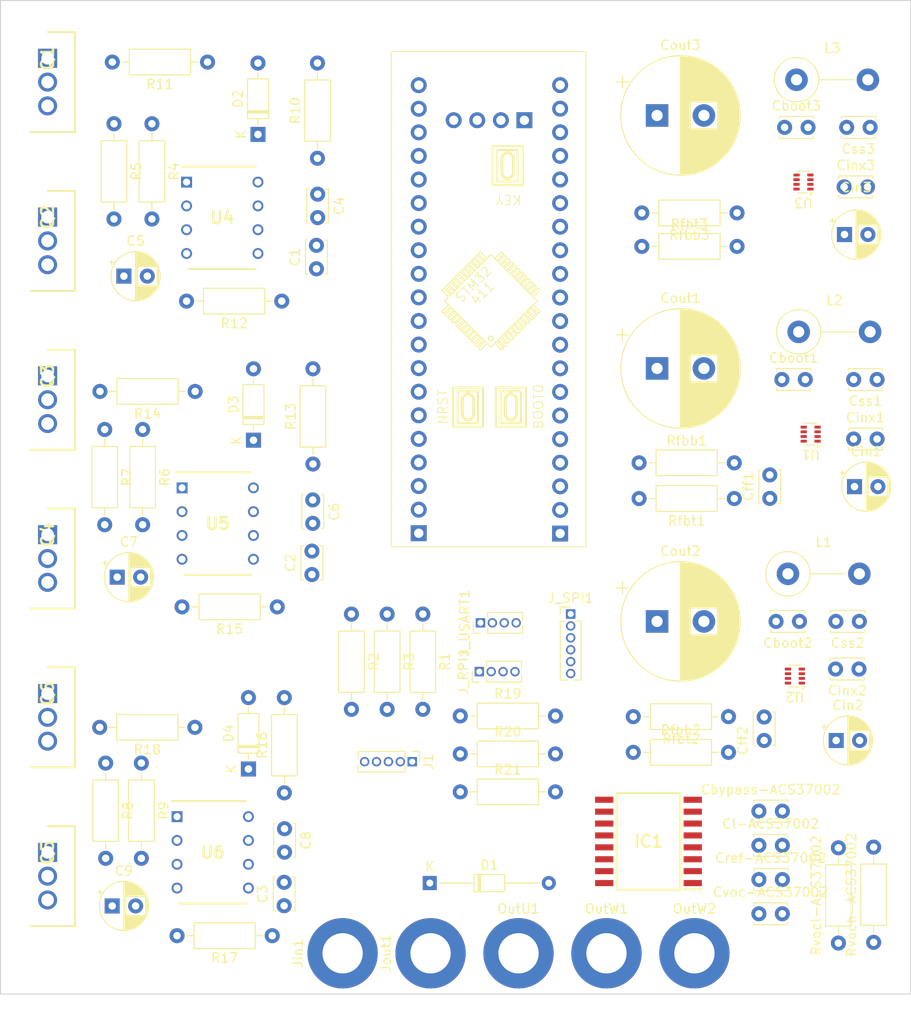
<source format=kicad_pcb>
(kicad_pcb (version 20240108) (generator "pcbnew") (generator_version "8.0")
  (layers (0 "F.Cu" signal) (31 "B.Cu" signal) (34 "B.Paste" user) (35 "F.Paste" user) (36 "B.SilkS" user "B.Silkscreen") (37 "F.SilkS" user "F.Silkscreen") (38 "B.Mask" user) (39 "F.Mask" user) (44 "Edge.Cuts" user))
  (net 0 "")
  (net 1 "Net-(U1-SW)")
  (net 2 "Net-(U1-BST)")
  (net 3 "Net-(U2-BST)")
  (net 4 "Net-(U2-SW)")
  (net 5 "Net-(U3-SW)")
  (net 6 "Net-(U3-BST)")
  (net 7 "Net-(U1-FB)")
  (net 8 "+12V")
  (net 9 "Net-(U2-FB)")
  (net 10 "+5V")
  (net 11 "+24V")
  (net 12 "GND")
  (net 13 "+3.3V")
  (net 14 "Net-(U1-SS)")
  (net 15 "Net-(U2-SS)")
  (net 16 "Net-(U3-SS)")
  (net 17 "Net-(D1-K)")
  (net 18 "Net-(D2-A)")
  (net 19 "BST_U")
  (net 20 "Net-(D3-A)")
  (net 21 "BST_V")
  (net 22 "BST_W")
  (net 23 "Net-(D4-A)")
  (net 24 "hal1")
  (net 25 "hal2")
  (net 26 "hal3")
  (net 27 "Net-(Q1-Pad1)")
  (net 28 "SH_U")
  (net 29 "SL_U")
  (net 30 "Net-(Q2-Pad1)")
  (net 31 "SH_V")
  (net 32 "Net-(Q3-Pad1)")
  (net 33 "SL_V")
  (net 34 "Net-(Q4-Pad1)")
  (net 35 "Net-(Q5-Pad1)")
  (net 36 "SH_W")
  (net 37 "Net-(Q6-Pad1)")
  (net 38 "SL_W")
  (net 39 "Net-(U3-FB)")
  (net 40 "HallU")
  (net 41 "HallW")
  (net 42 "HallV")
  (net 51 "SPI_SCK")
  (net 52 "SPI_MOSI")
  (net 53 "SPI_CS1")
  (net 54 "SPI_MISO")
  (net 55 "USART6_RX")
  (net 56 "USART6_TX")
  (net 57 "T1_V")
  (net 58 "B15")
  (net 59 "Reset")
  (net 60 "T1_WN")
  (net 61 "T1_UN")
  (net 62 "T1_U")
  (net 63 "HSM_W")
  (net 65 "ADC1")
  (net 66 "SCL_RPI")
  (net 67 "B12")
  (net 68 "SDA_RPI")
  (net 69 "SD_U")
  (net 70 "ADC2")
  (net 71 "T1_W")
  (net 73 "IN_U")
  (net 74 "IN_V")
  (net 75 "B2")
  (net 76 "SD_V")
  (net 78 "ADC3")
  (net 79 "HSM_V")
  (net 80 "IN_W")
  (net 81 "T1_VN")
  (net 82 "HSM_U")
  (net 83 "SD_W")
  (net 84 "GH_U")
  (net 85 "GL_U")
  (net 86 "GH_V")
  (net 87 "GL_V")
  (net 88 "GH_W")
  (net 89 "GL_W")
  (net 90 "24V")
  (net 91 "Net-(IC1-VOC)")
  (net 92 "Net-(OutU1-Pin_1)")
  (net 93 "Net-(OutW1-Pin_1)")
  (net 94 "Net-(OutW2-Pin_1)")
  (footprint "STM32:Blackpill" (layer "F.Cu") (at 76.4286 71.9582 90)
    (property "Reference" "U7" (hide yes))
    (property "Value" "YAAJ_BlackPill_SWD_BreakoutV2" (hide yes))
    (fp_text user "NRST" (at 12.95 -14.69 90) (layer "F.SilkS") (effects (font (thickness 0.1)) (justify left bottom)))
    (fp_text user "BOOT0" (at 12.47 -4.48 90) (layer "F.SilkS") (effects (font (thickness 0.1)) (justify left bottom)))
    (fp_text user "STM32" (at 25.84 -13.3 45) (layer "F.SilkS") (effects (font (thickness 0.1)) (justify left bottom)))
    (fp_text user "411" (at 25.56 -11.69 45) (layer "F.SilkS") (effects (font (thickness 0.1)) (justify left bottom)))
    (fp_text user "KEY" (at 37.6 -6.82 180) (layer "F.SilkS") (effects (font (thickness 0.1)) (justify left bottom)))
    (pad "1" thru_hole circle (at 49.23 -17.84) (size 1.7 1.7) (drill 1) (layers "*.Cu" "*.Mask"))
    (pad "2" thru_hole circle (at 46.714202 -17.84) (size 1.7 1.7) (drill 1) (layers "*.Cu" "*.Mask") (net 69 "SD_U"))
    (pad "3" thru_hole circle (at 44.198413 -17.84) (size 1.7 1.7) (drill 1) (layers "*.Cu" "*.Mask") (net 76 "SD_V"))
    (pad "4" thru_hole circle (at 41.682624 -17.84) (size 1.7 1.7) (drill 1) (layers "*.Cu" "*.Mask") (net 83 "SD_W"))
    (pad "5" thru_hole circle (at 39.166835 -17.84) (size 1.7 1.7) (drill 1) (layers "*.Cu" "*.Mask") (net 59 "Reset"))
    (pad "6" thru_hole circle (at 36.651046 -17.84) (size 1.7 1.7) (drill 1) (layers "*.Cu" "*.Mask") (net 82 "HSM_U"))
    (pad "7" thru_hole circle (at 34.135257 -17.84) (size 1.7 1.7) (drill 1) (layers "*.Cu" "*.Mask") (net 79 "HSM_V"))
    (pad "8" thru_hole circle (at 31.619468 -17.84) (size 1.7 1.7) (drill 1) (layers "*.Cu" "*.Mask") (net 63 "HSM_W"))
    (pad "9" thru_hole circle (at 29.103679 -17.84) (size 1.7 1.7) (drill 1) (layers "*.Cu" "*.Mask") (net 65 "ADC1"))
    (pad "10" thru_hole circle (at 26.58789 -17.84) (size 1.7 1.7) (drill 1) (layers "*.Cu" "*.Mask") (net 70 "ADC2"))
    (pad "11" thru_hole circle (at 24.072101 -17.84) (size 1.7 1.7) (drill 1) (layers "*.Cu" "*.Mask") (net 78 "ADC3"))
    (pad "12" thru_hole circle (at 21.556312 -17.84) (size 1.7 1.7) (drill 1) (layers "*.Cu" "*.Mask") (net 73 "IN_U"))
    (pad "13" thru_hole circle (at 19.040523 -17.84) (size 1.7 1.7) (drill 1) (layers "*.Cu" "*.Mask") (net 52 "SPI_MOSI"))
    (pad "14" thru_hole circle (at 16.524734 -17.84) (size 1.7 1.7) (drill 1) (layers "*.Cu" "*.Mask") (net 74 "IN_V"))
    (pad "15" thru_hole circle (at 14.008945 -17.84) (size 1.7 1.7) (drill 1) (layers "*.Cu" "*.Mask") (net 60 "T1_WN"))
    (pad "16" thru_hole circle (at 11.493156 -17.84) (size 1.7 1.7) (drill 1) (layers "*.Cu" "*.Mask") (net 75 "B2"))
    (pad "17" thru_hole circle (at 8.977367 -17.84) (size 1.7 1.7) (drill 1) (layers "*.Cu" "*.Mask") (net 66 "SCL_RPI"))
    (pad "18" thru_hole circle (at 6.461578 -17.84) (size 1.7 1.7) (drill 1) (layers "*.Cu" "*.Mask") (net 13 "+3.3V"))
    (pad "19" thru_hole circle (at 3.945789 -17.84) (size 1.7 1.7) (drill 1) (layers "*.Cu" "*.Mask") (net 12 "GND"))
    (pad "20" thru_hole rect (at 1.43 -17.84) (size 1.7 1.7) (drill 1) (layers "*.Cu" "*.Mask"))
    (pad "21" thru_hole rect (at 1.4 -2.75) (size 1.7 1.7) (drill 1) (layers "*.Cu" "*.Mask") (net 67 "B12"))
    (pad "22" thru_hole circle (at 3.917894 -2.75) (size 1.7 1.7) (drill 1) (layers "*.Cu" "*.Mask") (net 61 "T1_UN"))
    (pad "23" thru_hole circle (at 6.435788 -2.75) (size 1.7 1.7) (drill 1) (layers "*.Cu" "*.Mask") (net 81 "T1_VN"))
    (pad "24" thru_hole circle (at 8.953682 -2.75) (size 1.7 1.7) (drill 1) (layers "*.Cu" "*.Mask") (net 58 "B15"))
    (pad "25" thru_hole circle (at 11.471576 -2.75) (size 1.7 1.7) (drill 1) (layers "*.Cu" "*.Mask") (net 62 "T1_U"))
    (pad "26" thru_hole circle (at 13.98947 -2.75) (size 1.7 1.7) (drill 1) (layers "*.Cu" "*.Mask") (net 57 "T1_V"))
    (pad "27" thru_hole circle (at 16.507364 -2.75) (size 1.7 1.7) (drill 1) (layers "*.Cu" "*.Mask") (net 71 "T1_W"))
    (pad "28" thru_hole circle (at 19.025258 -2.75) (size 1.7 1.7) (drill 1) (layers "*.Cu" "*.Mask") (net 56 "USART6_TX"))
    (pad "29" thru_hole circle (at 21.543152 -2.75) (size 1.7 1.7) (drill 1) (layers "*.Cu" "*.Mask") (net 55 "USART6_RX"))
    (pad "30" thru_hole circle (at 24.061046 -2.75) (size 1.7 1.7) (drill 1) (layers "*.Cu" "*.Mask") (net 53 "SPI_CS1"))
    (pad "31" thru_hole circle (at 26.57894 -2.75) (size 1.7 1.7) (drill 1) (layers "*.Cu" "*.Mask") (net 51 "SPI_SCK"))
    (pad "32" thru_hole circle (at 29.096834 -2.75) (size 1.7 1.7) (drill 1) (layers "*.Cu" "*.Mask") (net 54 "SPI_MISO"))
    (pad "33" thru_hole circle (at 31.614728 -2.75) (size 1.7 1.7) (drill 1) (layers "*.Cu" "*.Mask") (net 80 "IN_W"))
    (pad "34" thru_hole circle (at 34.132622 -2.75) (size 1.7 1.7) (drill 1) (layers "*.Cu" "*.Mask") (net 40 "HallU"))
    (pad "35" thru_hole circle (at 36.650516 -2.75) (size 1.7 1.7) (drill 1) (layers "*.Cu" "*.Mask") (net 42 "HallV"))
    (pad "36" thru_hole circle (at 39.16841 -2.75) (size 1.7 1.7) (drill 1) (layers "*.Cu" "*.Mask") (net 41 "HallW"))
    (pad "37" thru_hole circle (at 41.686304 -2.75) (size 1.7 1.7) (drill 1) (layers "*.Cu" "*.Mask") (net 68 "SDA_RPI"))
    (pad "38" thru_hole circle (at 44.204198 -2.75) (size 1.7 1.7) (drill 1) (layers "*.Cu" "*.Mask"))
    (pad "39" thru_hole circle (at 46.722092 -2.75) (size 1.7 1.7) (drill 1) (layers "*.Cu" "*.Mask") (net 12 "GND"))
    (pad "40" thru_hole circle (at 49.24 -2.75) (size 1.7 1.7) (drill 1) (layers "*.Cu" "*.Mask") (net 13 "+3.3V"))
    (pad "41" thru_hole rect (at 45.49 -6.57) (size 1.7 1.7) (drill 1) (layers "*.Cu" "*.Mask") (net 13 "+3.3V"))
    (pad "42" thru_hole circle (at 45.49 -9.07) (size 1.7 1.7) (drill 1) (layers "*.Cu" "*.Mask"))
    (pad "43" thru_hole circle (at 45.49 -11.6) (size 1.7 1.7) (drill 1) (layers "*.Cu" "*.Mask"))
    (pad "44" thru_hole circle (at 45.49 -14.11) (size 1.7 1.7) (drill 1) (layers "*.Cu" "*.Mask") (net 12 "GND"))
  )
  (footprint "IRS2004PBF:DIP762W56P254L988H533Q8N" (layer "F.Cu") (at 37.6174 36.8754)
    (property "Reference" "U4" (at 0 0 0) (layer "F.SilkS") (effects (font (size 1.27 1.27) (thickness 0.254))))
    (property "Value" "IRS2004" (hide yes))
    (pad "1" thru_hole rect (at -3.81 -3.81) (size 1.158 1.158) (drill 0.758) (layers "*.Cu" "*.Mask") (net 8 "+12V"))
    (pad "2" thru_hole circle (at -3.81 -1.27) (size 1.158 1.158) (drill 0.758) (layers "*.Cu" "*.Mask") (net 73 "IN_U"))
    (pad "3" thru_hole circle (at -3.81 1.27) (size 1.158 1.158) (drill 0.758) (layers "*.Cu" "*.Mask") (net 69 "SD_U"))
    (pad "4" thru_hole circle (at -3.81 3.81) (size 1.158 1.158) (drill 0.758) (layers "*.Cu" "*.Mask") (net 12 "GND"))
    (pad "5" thru_hole circle (at 3.81 3.81) (size 1.158 1.158) (drill 0.758) (layers "*.Cu" "*.Mask") (net 85 "GL_U"))
    (pad "6" thru_hole circle (at 3.81 1.27) (size 1.158 1.158) (drill 0.758) (layers "*.Cu" "*.Mask") (net 28 "SH_U"))
    (pad "7" thru_hole circle (at 3.81 -1.27) (size 1.158 1.158) (drill 0.758) (layers "*.Cu" "*.Mask") (net 84 "GH_U"))
    (pad "8" thru_hole circle (at 3.81 -3.81) (size 1.158 1.158) (drill 0.758) (layers "*.Cu" "*.Mask") (net 19 "BST_U"))
  )
  (footprint "Capacitor_THT:CP_Radial_D5.0mm_P2.50mm" (layer "F.Cu") (at 25.871288 110.2868)
    (property "Reference" "C9" (at 1.25 -3.75 0) (layer "F.SilkS"))
    (property "Value" "2.2u")
    (pad "1" thru_hole rect (at 0 0) (size 1.6 1.6) (drill 0.8) (layers "*.Cu" "*.Mask") (net 90 "24V"))
    (pad "2" thru_hole circle (at 2.5 0) (size 1.6 1.6) (drill 0.8) (layers "*.Cu" "*.Mask") (net 12 "GND"))
  )
  (footprint "Capacitor_THT:C_Disc_D3.4mm_W2.1mm_P2.50mm" (layer "F.Cu") (at 106.7616 27.2288 180)
    (property "Reference" "Css3" (at 1.25 -2.3 180) (layer "F.SilkS"))
    (property "Value" "33n")
    (pad "1" thru_hole circle (at 0 0 180) (size 1.6 1.6) (drill 0.8) (layers "*.Cu" "*.Mask") (net 12 "GND"))
    (pad "2" thru_hole circle (at 2.5 0 180) (size 1.6 1.6) (drill 0.8) (layers "*.Cu" "*.Mask") (net 16 "Net-(U3-SS)"))
  )
  (footprint "Capacitor_THT:C_Disc_D3.4mm_W2.1mm_P2.50mm" (layer "F.Cu") (at 44.2614 102.0518 -90)
    (property "Reference" "C8" (at 1.25 -2.3 90) (layer "F.SilkS"))
    (property "Value" "47n")
    (pad "1" thru_hole circle (at 0 0 270) (size 1.6 1.6) (drill 0.8) (layers "*.Cu" "*.Mask") (net 22 "BST_W"))
    (pad "2" thru_hole circle (at 2.5 0 270) (size 1.6 1.6) (drill 0.8) (layers "*.Cu" "*.Mask") (net 94 "Net-(OutW2-Pin_1)"))
  )
  (footprint "Capacitor_THT:C_Disc_D3.4mm_W2.1mm_P2.50mm" (layer "F.Cu") (at 99.223713 79.9338 180)
    (property "Reference" "Cboot2" (at 1.25 -2.3 180) (layer "F.SilkS"))
    (property "Value" "100n")
    (pad "1" thru_hole circle (at 0 0 180) (size 1.6 1.6) (drill 0.8) (layers "*.Cu" "*.Mask") (net 3 "Net-(U2-BST)"))
    (pad "2" thru_hole circle (at 2.5 0 180) (size 1.6 1.6) (drill 0.8) (layers "*.Cu" "*.Mask") (net 4 "Net-(U2-SW)"))
  )
  (footprint "Package_TO_SOT_SMD:SOT-583-8" (layer "F.Cu") (at 99.6476 33.0588 180)
    (property "Reference" "U3" (at 0 -2.2 180) (layer "F.SilkS"))
    (property "Value" "TPS62932")
    (pad "1" smd roundrect (at -0.74 -0.75 180) (size 0.67 0.3) (layers "F.Cu" "F.Paste" "F.Mask") (roundrect_rratio 0.1666666667))
    (pad "2" smd roundrect (at -0.74 -0.25 180) (size 0.67 0.3) (layers "F.Cu" "F.Paste" "F.Mask") (roundrect_rratio 0.1666666667))
    (pad "3" smd roundrect (at -0.74 0.25 180) (size 0.67 0.3) (layers "F.Cu" "F.Paste" "F.Mask") (roundrect_rratio 0.1666666667) (net 11 "+24V"))
    (pad "4" smd roundrect (at -0.74 0.75 180) (size 0.67 0.3) (layers "F.Cu" "F.Paste" "F.Mask") (roundrect_rratio 0.1666666667) (net 12 "GND"))
    (pad "5" smd roundrect (at 0.74 0.75 180) (size 0.67 0.3) (layers "F.Cu" "F.Paste" "F.Mask") (roundrect_rratio 0.1666666667) (net 5 "Net-(U3-SW)"))
    (pad "6" smd roundrect (at 0.74 0.25 180) (size 0.67 0.3) (layers "F.Cu" "F.Paste" "F.Mask") (roundrect_rratio 0.1666666667) (net 6 "Net-(U3-BST)"))
    (pad "7" smd roundrect (at 0.74 -0.25 180) (size 0.67 0.3) (layers "F.Cu" "F.Paste" "F.Mask") (roundrect_rratio 0.1666666667) (net 16 "Net-(U3-SS)"))
    (pad "8" smd roundrect (at 0.74 -0.75 180) (size 0.67 0.3) (layers "F.Cu" "F.Paste" "F.Mask") (roundrect_rratio 0.1666666667) (net 39 "Net-(U3-FB)"))
  )
  (footprint "Inductor_THT:L_Axial_L13.0mm_D4.5mm_P7.62mm_Vertical_Fastron_HCCC" (layer "F.Cu") (at 98.9076 22.1488)
    (property "Reference" "L3" (at 3.81 -3.37 0) (layer "F.SilkS"))
    (property "Value" "7.8u")
    (pad "1" thru_hole circle (at 0 0) (size 2.4 2.4) (drill 1.2) (layers "*.Cu" "*.Mask") (net 13 "+3.3V"))
    (pad "2" thru_hole oval (at 7.62 0) (size 2.4 2.4) (drill 1.2) (layers "*.Cu" "*.Mask") (net 5 "Net-(U3-SW)"))
  )
  (footprint "Connector_PinHeader_1.27mm:PinHeader_1x05_P1.27mm_Vertical" (layer "F.Cu") (at 57.8916 94.8994 -90)
    (property "Reference" "J1" (at 0 -1.695 90) (layer "F.SilkS"))
    (property "Value" "Conn_01x05")
    (pad "1" thru_hole rect (at 0 0 270) (size 1 1) (drill 0.65) (layers "*.Cu" "*.Mask") (net 10 "+5V"))
    (pad "2" thru_hole oval (at 0 1.27 270) (size 1 1) (drill 0.65) (layers "*.Cu" "*.Mask") (net 24 "hal1"))
    (pad "3" thru_hole oval (at 0 2.54 270) (size 1 1) (drill 0.65) (layers "*.Cu" "*.Mask") (net 25 "hal2"))
    (pad "4" thru_hole oval (at 0 3.81 270) (size 1 1) (drill 0.65) (layers "*.Cu" "*.Mask") (net 26 "hal3"))
    (pad "5" thru_hole oval (at 0 5.08 270) (size 1 1) (drill 0.65) (layers "*.Cu" "*.Mask") (net 12 "GND"))
  )
  (footprint "Resistor_THT:R_Axial_DIN0207_L6.3mm_D2.5mm_P10.16mm_Horizontal" (layer "F.Cu") (at 42.9514 113.4618 180)
    (property "Reference" "R17" (at 5.08 -2.37 180) (layer "F.SilkS"))
    (property "Value" "4.7")
    (pad "1" thru_hole circle (at 0 0 180) (size 1.6 1.6) (drill 0.8) (layers "*.Cu" "*.Mask") (net 88 "GH_W"))
    (pad "2" thru_hole oval (at 10.16 0 180) (size 1.6 1.6) (drill 0.8) (layers "*.Cu" "*.Mask") (net 35 "Net-(Q5-Pad1)"))
  )
  (footprint "Diode_THT:D_DO-35_SOD27_P7.62mm_Horizontal" (layer "F.Cu") (at 41.4274 27.9854 90)
    (property "Reference" "D2" (at 3.81 -2.12 -90) (layer "F.SilkS"))
    (property "Value" "1N4148")
    (fp_text user "K" (at 0 -1.8 -90) (layer "F.SilkS"))
    (pad "1" thru_hole rect (at 0 0 90) (size 1.6 1.6) (drill 0.8) (layers "*.Cu" "*.Mask") (net 19 "BST_U"))
    (pad "2" thru_hole oval (at 7.62 0 90) (size 1.6 1.6) (drill 0.8) (layers "*.Cu" "*.Mask") (net 18 "Net-(D2-A)"))
  )
  (footprint "Resistor_THT:R_Axial_DIN0207_L6.3mm_D2.5mm_P10.16mm_Horizontal" (layer "F.Cu") (at 59.0246 79.1514 -90)
    (property "Reference" "R1" (at 5.08 -2.37 90) (layer "F.SilkS"))
    (property "Value" "10k")
    (pad "1" thru_hole circle (at 0 0 270) (size 1.6 1.6) (drill 0.8) (layers "*.Cu" "*.Mask") (net 13 "+3.3V"))
    (pad "2" thru_hole oval (at 10.16 0 270) (size 1.6 1.6) (drill 0.8) (layers "*.Cu" "*.Mask") (net 24 "hal1"))
  )
  (footprint "Resistor_THT:R_Axial_DIN0207_L6.3mm_D2.5mm_P10.16mm_Horizontal" (layer "F.Cu") (at 92.264625 66.827399 180)
    (property "Reference" "Rfbt1" (at 5.08 -2.37 180) (layer "F.SilkS"))
    (property "Value" "140k")
    (pad "1" thru_hole circle (at 0 0 180) (size 1.6 1.6) (drill 0.8) (layers "*.Cu" "*.Mask") (net 8 "+12V"))
    (pad "2" thru_hole oval (at 10.16 0 180) (size 1.6 1.6) (drill 0.8) (layers "*.Cu" "*.Mask") (net 7 "Net-(U1-FB)"))
  )
  (footprint "Package_TO_SOT_SMD:SOT-583-8" (layer "F.Cu") (at 98.733713 85.7638 180)
    (property "Reference" "U2" (at 0 -2.2 180) (layer "F.SilkS"))
    (property "Value" "TPS62932")
    (pad "1" smd roundrect (at -0.74 -0.75 180) (size 0.67 0.3) (layers "F.Cu" "F.Paste" "F.Mask") (roundrect_rratio 0.1666666667))
    (pad "2" smd roundrect (at -0.74 -0.25 180) (size 0.67 0.3) (layers "F.Cu" "F.Paste" "F.Mask") (roundrect_rratio 0.1666666667))
    (pad "3" smd roundrect (at -0.74 0.25 180) (size 0.67 0.3) (layers "F.Cu" "F.Paste" "F.Mask") (roundrect_rratio 0.1666666667) (net 11 "+24V"))
    (pad "4" smd roundrect (at -0.74 0.75 180) (size 0.67 0.3) (layers "F.Cu" "F.Paste" "F.Mask") (roundrect_rratio 0.1666666667) (net 12 "GND"))
    (pad "5" smd roundrect (at 0.74 0.75 180) (size 0.67 0.3) (layers "F.Cu" "F.Paste" "F.Mask") (roundrect_rratio 0.1666666667) (net 4 "Net-(U2-SW)"))
    (pad "6" smd roundrect (at 0.74 0.25 180) (size 0.67 0.3) (layers "F.Cu" "F.Paste" "F.Mask") (roundrect_rratio 0.1666666667) (net 3 "Net-(U2-BST)"))
    (pad "7" smd roundrect (at 0.74 -0.25 180) (size 0.67 0.3) (layers "F.Cu" "F.Paste" "F.Mask") (roundrect_rratio 0.1666666667) (net 15 "Net-(U2-SS)"))
    (pad "8" smd roundrect (at 0.74 -0.75 180) (size 0.67 0.3) (layers "F.Cu" "F.Paste" "F.Mask") (roundrect_rratio 0.1666666667) (net 9 "Net-(U2-FB)"))
  )
  (footprint "Capacitor_THT:CP_Radial_D5.0mm_P2.50mm" (layer "F.Cu") (at 103.1386 92.6338)
    (property "Reference" "Cin2" (at 1.25 -3.75 0) (layer "F.SilkS"))
    (property "Value" "10u")
    (pad "1" thru_hole rect (at 0 0) (size 1.6 1.6) (drill 0.8) (layers "*.Cu" "*.Mask") (net 11 "+24V"))
    (pad "2" thru_hole circle (at 2.5 0) (size 1.6 1.6) (drill 0.8) (layers "*.Cu" "*.Mask") (net 12 "GND"))
  )
  (footprint "Resistor_THT:R_Axial_DIN0207_L6.3mm_D2.5mm_P10.16mm_Horizontal" (layer "F.Cu") (at 28.9814 95.0468 -90)
    (property "Reference" "R9" (at 5.08 -2.37 90) (layer "F.SilkS"))
    (property "Value" "10k")
    (pad "1" thru_hole circle (at 0 0 270) (size 1.6 1.6) (drill 0.8) (layers "*.Cu" "*.Mask") (net 83 "SD_W"))
    (pad "2" thru_hole oval (at 10.16 0 270) (size 1.6 1.6) (drill 0.8) (layers "*.Cu" "*.Mask") (net 12 "GND"))
  )
  (footprint "Capacitor_THT:C_Disc_D3.4mm_W2.1mm_P2.50mm" (layer "F.Cu") (at 105.573713 85.0138 180)
    (property "Reference" "Cinx2" (at 1.25 -2.3 180) (layer "F.SilkS"))
    (property "Value" "100n")
    (pad "1" thru_hole circle (at 0 0 180) (size 1.6 1.6) (drill 0.8) (layers "*.Cu" "*.Mask") (net 11 "+24V"))
    (pad "2" thru_hole circle (at 2.5 0 180) (size 1.6 1.6) (drill 0.8) (layers "*.Cu" "*.Mask") (net 12 "GND"))
  )
  (footprint "Capacitor_THT:C_Disc_D3.4mm_W2.1mm_P2.50mm" (layer "F.Cu") (at 105.004625 60.477399)
    (property "Reference" "Cinx1" (at 1.25 -2.3 0) (layer "F.SilkS"))
    (property "Value" "100n")
    (pad "1" thru_hole circle (at 0 0) (size 1.6 1.6) (drill 0.8) (layers "*.Cu" "*.Mask") (net 11 "+24V"))
    (pad "2" thru_hole circle (at 2.5 0) (size 1.6 1.6) (drill 0.8) (layers "*.Cu" "*.Mask") (net 12 "GND"))
  )
  (footprint "Resistor_THT:R_Axial_DIN0207_L6.3mm_D2.5mm_P10.16mm_Horizontal" (layer "F.Cu") (at 63.0174 94.0702)
    (property "Reference" "R20" (at 5.08 -2.37 0) (layer "F.SilkS"))
    (property "Value" "1k5")
    (pad "1" thru_hole circle (at 0 0) (size 1.6 1.6) (drill 0.8) (layers "*.Cu" "*.Mask") (net 13 "+3.3V"))
    (pad "2" thru_hole oval (at 10.16 0) (size 1.6 1.6) (drill 0.8) (layers "*.Cu" "*.Mask") (net 66 "SCL_RPI"))
  )
  (footprint "Resistor_THT:R_Axial_DIN0207_L6.3mm_D2.5mm_P10.16mm_Horizontal" (layer "F.Cu") (at 30.1104 26.8424 -90)
    (property "Reference" "R4" (at 5.08 -2.37 90) (layer "F.SilkS"))
    (property "Value" "10k")
    (pad "1" thru_hole circle (at 0 0 270) (size 1.6 1.6) (drill 0.8) (layers "*.Cu" "*.Mask") (net 69 "SD_U"))
    (pad "2" thru_hole oval (at 10.16 0 270) (size 1.6 1.6) (drill 0.8) (layers "*.Cu" "*.Mask") (net 12 "GND"))
  )
  (footprint "Capacitor_THT:C_Disc_D3.4mm_W2.1mm_P2.50mm" (layer "F.Cu") (at 47.7974 34.3554 -90)
    (property "Reference" "C4" (at 1.25 -2.3 90) (layer "F.SilkS"))
    (property "Value" "47n")
    (pad "1" thru_hole circle (at 0 0 270) (size 1.6 1.6) (drill 0.8) (layers "*.Cu" "*.Mask") (net 19 "BST_U"))
    (pad "2" thru_hole circle (at 2.5 0 270) (size 1.6 1.6) (drill 0.8) (layers "*.Cu" "*.Mask") (net 92 "Net-(OutU1-Pin_1)"))
  )
  (footprint "MountingHole:MountingHole_4.3mm_M4_DIN965_Pad" (layer "F.Cu") (at 50.4622 115.3414 90)
    (property "Reference" "Jin1" (at 0 -4.75 -90) (layer "F.SilkS"))
    (property "Value" "Conn_01x01_Socket")
    (pad "1" thru_hole circle (at 0 0 90) (size 7.5 7.5) (drill 4.3) (layers "*.Cu" "*.Mask") (net 11 "+24V"))
  )
  (footprint "Connector_PinHeader_1.27mm:PinHeader_1x04_P1.27mm_Vertical" (layer "F.Cu") (at 65.1764 80.0862 90)
    (property "Reference" "J_USART1" (at 0 -1.695 -90) (layer "F.SilkS"))
    (property "Value" "Conn_01x04")
    (pad "1" thru_hole rect (at 0 0 90) (size 1 1) (drill 0.65) (layers "*.Cu" "*.Mask") (net 10 "+5V"))
    (pad "2" thru_hole oval (at 0 1.27 90) (size 1 1) (drill 0.65) (layers "*.Cu" "*.Mask") (net 56 "USART6_TX"))
    (pad "3" thru_hole oval (at 0 2.54 90) (size 1 1) (drill 0.65) (layers "*.Cu" "*.Mask") (net 55 "USART6_RX"))
    (pad "4" thru_hole oval (at 0 3.81 90) (size 1 1) (drill 0.65) (layers "*.Cu" "*.Mask") (net 12 "GND"))
  )
  (footprint "Capacitor_THT:C_Disc_D3.4mm_W2.1mm_P2.50mm" (layer "F.Cu") (at 94.8944 111.125)
    (property "Reference" "Cvoc-ACS37002" (at 1.25 -2.3 0) (layer "F.SilkS"))
    (property "Value" "C")
    (pad "1" thru_hole circle (at 0 0) (size 1.6 1.6) (drill 0.8) (layers "*.Cu" "*.Mask") (net 91 "Net-(IC1-VOC)"))
    (pad "2" thru_hole circle (at 2.5 0) (size 1.6 1.6) (drill 0.8) (layers "*.Cu" "*.Mask") (net 12 "GND"))
  )
  (footprint "Resistor_THT:R_Axial_DIN0207_L6.3mm_D2.5mm_P10.16mm_Horizontal" (layer "F.Cu") (at 92.5576 36.355425 180)
    (property "Reference" "Rfbb3" (at 5.08 -2.37 180) (layer "F.SilkS"))
    (property "Value" "10k")
    (pad "1" thru_hole circle (at 0 0 180) (size 1.6 1.6) (drill 0.8) (layers "*.Cu" "*.Mask") (net 39 "Net-(U3-FB)"))
    (pad "2" thru_hole oval (at 10.16 0 180) (size 1.6 1.6) (drill 0.8) (layers "*.Cu" "*.Mask") (net 12 "GND"))
  )
  (footprint "Capacitor_THT:C_Disc_D3.4mm_W2.1mm_P2.50mm" (layer "F.Cu") (at 97.6376 27.2288)
    (property "Reference" "Cboot3" (at 1.25 -2.3 0) (layer "F.SilkS"))
    (property "Value" "100n")
    (pad "1" thru_hole circle (at 0 0) (size 1.6 1.6) (drill 0.8) (layers "*.Cu" "*.Mask") (net 6 "Net-(U3-BST)"))
    (pad "2" thru_hole circle (at 2.5 0) (size 1.6 1.6) (drill 0.8) (layers "*.Cu" "*.Mask") (net 5 "Net-(U3-SW)"))
  )
  (footprint "MountingHole:MountingHole_4.3mm_M4_DIN965_Pad" (layer "F.Cu") (at 88.011 115.3414)
    (property "Reference" "OutW2" (at 0 -4.75 0) (layer "F.SilkS"))
    (property "Value" "Conn_01x01_Socket")
    (pad "1" thru_hole circle (at 0 0) (size 7.5 7.5) (drill 4.3) (layers "*.Cu" "*.Mask") (net 94 "Net-(OutW2-Pin_1)"))
  )
  (footprint "Resistor_THT:R_Axial_DIN0207_L6.3mm_D2.5mm_P10.16mm_Horizontal" (layer "F.Cu") (at 91.643713 90.0938 180)
    (property "Reference" "Rfbt2" (at 5.08 -2.37 180) (layer "F.SilkS"))
    (property "Value" "52.3k")
    (pad "1" thru_hole circle (at 0 0 180) (size 1.6 1.6) (drill 0.8) (layers "*.Cu" "*.Mask") (net 10 "+5V"))
    (pad "2" thru_hole oval (at 10.16 0 180) (size 1.6 1.6) (drill 0.8) (layers "*.Cu" "*.Mask") (net 9 "Net-(U2-FB)"))
  )
  (footprint "Package_TO_SOT_SMD:SOT-583-8" (layer "F.Cu") (at 100.414625 59.957399 180)
    (property "Reference" "U1" (at 0 -2.2 180) (layer "F.SilkS"))
    (property "Value" "TPS62932")
    (pad "1" smd roundrect (at -0.74 -0.75 180) (size 0.67 0.3) (layers "F.Cu" "F.Paste" "F.Mask") (roundrect_rratio 0.1666666667))
    (pad "2" smd roundrect (at -0.74 -0.25 180) (size 0.67 0.3) (layers "F.Cu" "F.Paste" "F.Mask") (roundrect_rratio 0.1666666667))
    (pad "3" smd roundrect (at -0.74 0.25 180) (size 0.67 0.3) (layers "F.Cu" "F.Paste" "F.Mask") (roundrect_rratio 0.1666666667) (net 11 "+24V"))
    (pad "4" smd roundrect (at -0.74 0.75 180) (size 0.67 0.3) (layers "F.Cu" "F.Paste" "F.Mask") (roundrect_rratio 0.1666666667) (net 12 "GND"))
    (pad "5" smd roundrect (at 0.74 0.75 180) (size 0.67 0.3) (layers "F.Cu" "F.Paste" "F.Mask") (roundrect_rratio 0.1666666667) (net 1 "Net-(U1-SW)"))
    (pad "6" smd roundrect (at 0.74 0.25 180) (size 0.67 0.3) (layers "F.Cu" "F.Paste" "F.Mask") (roundrect_rratio 0.1666666667) (net 2 "Net-(U1-BST)"))
    (pad "7" smd roundrect (at 0.74 -0.25 180) (size 0.67 0.3) (layers "F.Cu" "F.Paste" "F.Mask") (roundrect_rratio 0.1666666667) (net 14 "Net-(U1-SS)"))
    (pad "8" smd roundrect (at 0.74 -0.75 180) (size 0.67 0.3) (layers "F.Cu" "F.Paste" "F.Mask") (roundrect_rratio 0.1666666667) (net 7 "Net-(U1-FB)"))
  )
  (footprint "Diode_THT:D_DO-35_SOD27_P7.62mm_Horizontal" (layer "F.Cu") (at 40.9448 60.6044 90)
    (property "Reference" "D3" (at 3.81 -2.12 -90) (layer "F.SilkS"))
    (property "Value" "1N4148")
    (fp_text user "K" (at 0 -1.8 -90) (layer "F.SilkS"))
    (pad "1" thru_hole rect (at 0 0 90) (size 1.6 1.6) (drill 0.8) (layers "*.Cu" "*.Mask") (net 21 "BST_V"))
    (pad "2" thru_hole oval (at 7.62 0 90) (size 1.6 1.6) (drill 0.8) (layers "*.Cu" "*.Mask") (net 20 "Net-(D3-A)"))
  )
  (footprint "Capacitor_THT:C_Disc_D3.4mm_W2.1mm_P2.50mm" (layer "F.Cu") (at 107.504625 54.127399 180)
    (property "Reference" "Css1" (at 1.25 -2.3 180) (layer "F.SilkS"))
    (property "Value" "33n")
    (pad "1" thru_hole circle (at 0 0 180) (size 1.6 1.6) (drill 0.8) (layers "*.Cu" "*.Mask") (net 12 "GND"))
    (pad "2" thru_hole circle (at 2.5 0 180) (size 1.6 1.6) (drill 0.8) (layers "*.Cu" "*.Mask") (net 14 "Net-(U1-SS)"))
  )
  (footprint "Capacitor_THT:C_Disc_D3.4mm_W2.1mm_P2.50mm" (layer "F.Cu") (at 97.344625 54.127399)
    (property "Reference" "Cboot1" (at 1.25 -2.3 0) (layer "F.SilkS"))
    (property "Value" "100n")
    (pad "1" thru_hole circle (at 0 0) (size 1.6 1.6) (drill 0.8) (layers "*.Cu" "*.Mask") (net 2 "Net-(U1-BST)"))
    (pad "2" thru_hole circle (at 2.5 0) (size 1.6 1.6) (drill 0.8) (layers "*.Cu" "*.Mask") (net 1 "Net-(U1-SW)"))
  )
  (footprint "Resistor_THT:R_Axial_DIN0207_L6.3mm_D2.5mm_P10.16mm_Horizontal" (layer "F.Cu") (at 47.2948 63.1444 90)
    (property "Reference" "R13" (at 5.08 -2.37 -90) (layer "F.SilkS"))
    (property "Value" "10")
    (pad "1" thru_hole circle (at 0 0 90) (size 1.6 1.6) (drill 0.8) (layers "*.Cu" "*.Mask") (net 8 "+12V"))
    (pad "2" thru_hole oval (at 10.16 0 90) (size 1.6 1.6) (drill 0.8) (layers "*.Cu" "*.Mask") (net 20 "Net-(D3-A)"))
  )
  (footprint "Capacitor_THT:C_Disc_D3.4mm_W2.1mm_P2.50mm" (layer "F.Cu") (at 103.9876 33.5788)
    (property "Reference" "Cinx3" (at 1.25 -2.3 0) (layer "F.SilkS"))
    (property "Value" "100n")
    (pad "1" thru_hole circle (at 0 0) (size 1.6 1.6) (drill 0.8) (layers "*.Cu" "*.Mask") (net 11 "+24V"))
    (pad "2" thru_hole circle (at 2.5 0) (size 1.6 1.6) (drill 0.8) (layers "*.Cu" "*.Mask") (net 12 "GND"))
  )
  (footprint "Resistor_THT:R_Axial_DIN0207_L6.3mm_D2.5mm_P10.16mm_Horizontal" (layer "F.Cu") (at 34.7218 55.3974 180)
    (property "Reference" "R14" (at 5.08 -2.37 180) (layer "F.SilkS"))
    (property "Value" "4.7")
    (pad "1" thru_hole circle (at 0 0 180) (size 1.6 1.6) (drill 0.8) (layers "*.Cu" "*.Mask") (net 86 "GH_V"))
    (pad "2" thru_hole oval (at 10.16 0 180) (size 1.6 1.6) (drill 0.8) (layers "*.Cu" "*.Mask") (net 32 "Net-(Q3-Pad1)"))
  )
  (footprint "Capacitor_THT:C_Disc_D3.4mm_W2.1mm_P2.50mm" (layer "F.Cu") (at 94.8944 100.175)
    (property "Reference" "Cbypass-ACS37002" (at 1.25 -2.3 0) (layer "F.SilkS"))
    (property "Value" "C")
    (pad "1" thru_hole circle (at 0 0) (size 1.6 1.6) (drill 0.8) (layers "*.Cu" "*.Mask") (net 13 "+3.3V"))
    (pad "2" thru_hole circle (at 2.5 0) (size 1.6 1.6) (drill 0.8) (layers "*.Cu" "*.Mask") (net 12 "GND"))
  )
  (footprint "Resistor_THT:R_Axial_DIN0207_L6.3mm_D2.5mm_P10.16mm_Horizontal" (layer "F.Cu") (at 81.483713 93.9038)
    (property "Reference" "Rfbb2" (at 5.08 -2.37 0) (layer "F.SilkS"))
    (property "Value" "10k")
    (pad "1" thru_hole circle (at 0 0) (size 1.6 1.6) (drill 0.8) (layers "*.Cu" "*.Mask") (net 9 "Net-(U2-FB)"))
    (pad "2" thru_hole oval (at 10.16 0) (size 1.6 1.6) (drill 0.8) (layers "*.Cu" "*.Mask") (net 12 "GND"))
  )
  (footprint "IRS2004PBF:DIP762W56P254L988H533Q8N" (layer "F.Cu") (at 36.6014 104.5718)
    (property "Reference" "U6" (at 0 0 0) (layer "F.SilkS") (effects (font (size 1.27 1.27) (thickness 0.254))))
    (property "Value" "IRS2004" (hide yes))
    (pad "1" thru_hole rect (at -3.81 -3.81) (size 1.158 1.158) (drill 0.758) (layers "*.Cu" "*.Mask") (net 8 "+12V"))
    (pad "2" thru_hole circle (at -3.81 -1.27) (size 1.158 1.158) (drill 0.758) (layers "*.Cu" "*.Mask") (net 80 "IN_W"))
    (pad "3" thru_hole circle (at -3.81 1.27) (size 1.158 1.158) (drill 0.758) (layers "*.Cu" "*.Mask") (net 83 "SD_W"))
    (pad "4" thru_hole circle (at -3.81 3.81) (size 1.158 1.158) (drill 0.758) (layers "*.Cu" "*.Mask") (net 12 "GND"))
    (pad "5" thru_hole circle (at 3.81 3.81) (size 1.158 1.158) (drill 0.758) (layers "*.Cu" "*.Mask") (net 89 "GL_W"))
    (pad "6" thru_hole circle (at 3.81 1.27) (size 1.158 1.158) (drill 0.758) (layers "*.Cu" "*.Mask") (net 36 "SH_W"))
    (pad "7" thru_hole circle (at 3.81 -1.27) (size 1.158 1.158) (drill 0.758) (layers "*.Cu" "*.Mask") (net 88 "GH_W"))
    (pad "8" thru_hole circle (at 3.81 -3.81) (size 1.158 1.158) (drill 0.758) (layers "*.Cu" "*.Mask") (net 22 "BST_W"))
  )
  (footprint "Resistor_THT:R_Axial_DIN0207_L6.3mm_D2.5mm_P10.16mm_Horizontal" (layer "F.Cu") (at 25.0698 59.4614 -90)
    (property "Reference" "R7" (at 5.08 -2.37 90) (layer "F.SilkS"))
    (property "Value" "10k")
    (pad "1" thru_hole circle (at 0 0 270) (size 1.6 1.6) (drill 0.8) (layers "*.Cu" "*.Mask") (net 76 "SD_V"))
    (pad "2" thru_hole oval (at 10.16 0 270) (size 1.6 1.6) (drill 0.8) (layers "*.Cu" "*.Mask") (net 12 "GND"))
  )
  (footprint "IRS2004PBF:DIP762W56P254L988H533Q8N" (layer "F.Cu") (at 37.1348 69.4944)
    (property "Reference" "U5" (at 0 0 0) (layer "F.SilkS") (effects (font (size 1.27 1.27) (thickness 0.254))))
    (property "Value" "IRS2004" (hide yes))
    (pad "1" thru_hole rect (at -3.81 -3.81) (size 1.158 1.158) (drill 0.758) (layers "*.Cu" "*.Mask") (net 8 "+12V"))
    (pad "2" thru_hole circle (at -3.81 -1.27) (size 1.158 1.158) (drill 0.758) (layers "*.Cu" "*.Mask") (net 74 "IN_V"))
    (pad "3" thru_hole circle (at -3.81 1.27) (size 1.158 1.158) (drill 0.758) (layers "*.Cu" "*.Mask") (net 76 "SD_V"))
    (pad "4" thru_hole circle (at -3.81 3.81) (size 1.158 1.158) (drill 0.758) (layers "*.Cu" "*.Mask") (net 12 "GND"))
    (pad "5" thru_hole circle (at 3.81 3.81) (size 1.158 1.158) (drill 0.758) (layers "*.Cu" "*.Mask") (net 87 "GL_V"))
    (pad "6" thru_hole circle (at 3.81 1.27) (size 1.158 1.158) (drill 0.758) (layers "*.Cu" "*.Mask") (net 31 "SH_V"))
    (pad "7" thru_hole circle (at 3.81 -1.27) (size 1.158 1.158) (drill 0.758) (layers "*.Cu" "*.Mask") (net 86 "GH_V"))
    (pad "8" thru_hole circle (at 3.81 -3.81) (size 1.158 1.158) (drill 0.758) (layers "*.Cu" "*.Mask") (net 21 "BST_V"))
  )
  (footprint "Inductor_THT:L_Axial_L13.0mm_D4.5mm_P7.62mm_Vertical_Fastron_HCCC" (layer "F.Cu") (at 97.993713 74.8538)
    (property "Reference" "L1" (at 3.81 -3.37 0) (layer "F.SilkS"))
    (property "Value" "10u")
    (pad "1" thru_hole circle (at 0 0) (size 2.4 2.4) (drill 1.2) (layers "*.Cu" "*.Mask") (net 10 "+5V"))
    (pad "2" thru_hole oval (at 7.62 0) (size 2.4 2.4) (drill 1.2) (layers "*.Cu" "*.Mask") (net 4 "Net-(U2-SW)"))
  )
  (footprint "Resistor_THT:R_Axial_DIN0207_L6.3mm_D2.5mm_P10.16mm_Horizontal" (layer "F.Cu") (at 82.3976 39.9288)
    (property "Reference" "Rfbt3" (at 5.08 -2.37 0) (layer "F.SilkS"))
    (property "Value" "30.9")
    (pad "1" thru_hole circle (at 0 0) (size 1.6 1.6) (drill 0.8) (layers "*.Cu" "*.Mask") (net 13 "+3.3V"))
    (pad "2" thru_hole oval (at 10.16 0) (size 1.6 1.6) (drill 0.8) (layers "*.Cu" "*.Mask") (net 39 "Net-(U3-FB)"))
  )
  (footprint "Resistor_THT:R_Axial_DIN0207_L6.3mm_D2.5mm_P10.16mm_Horizontal" (layer "F.Cu") (at 55.2146 79.1514 -90)
    (property "Reference" "R3" (at 5.08 -2.37 90) (layer "F.SilkS"))
    (property "Value" "10k")
    (pad "1" thru_hole circle (at 0 0 270) (size 1.6 1.6) (drill 0.8) (layers "*.Cu" "*.Mask") (net 13 "+3.3V"))
    (pad "2" thru_hole oval (at 10.16 0 270) (size 1.6 1.6) (drill 0.8) (layers "*.Cu" "*.Mask") (net 25 "hal2"))
  )
  (footprint "LIB_IPP015N04NF2SAKMA1:TO254P475X1028X1996-3P" (layer "F.Cu") (at 18.9738 53.74316 -90)
    (property "Reference" "Q3" (at 0 0 90) (layer "F.SilkS") (effects (font (size 1.27 1.27) (thickness 0.254))))
    (property "Value" "IPP015N04NF2SAKMA1" (hide yes))
    (pad "1" thru_hole rect (at 0 0 270) (size 2.025 2.025) (drill 1.35) (layers "*.Cu" "*.Mask") (net 32 "Net-(Q3-Pad1)"))
    (pad "2" thru_hole circle (at 2.54 0 270) (size 2.025 2.025) (drill 1.35) (layers "*.Cu" "*.Mask") (net 90 "24V"))
    (pad "3" thru_hole circle (at 5.08 0 270) (size 2.025 2.025) (drill 1.35) (layers "*.Cu" "*.Mask") (net 93 "Net-(OutW1-Pin_1)"))
  )
  (footprint "Capacitor_THT:C_Disc_D3.4mm_W2.1mm_P2.50mm" (layer "F.Cu") (at 96.054625 66.807399 90)
    (property "Reference" "Cff1" (at 1.25 -2.3 -90) (layer "F.SilkS"))
    (property "Value" "47p")
    (pad "1" thru_hole circle (at 0 0 90) (size 1.6 1.6) (drill 0.8) (layers "*.Cu" "*.Mask") (net 8 "+12V"))
    (pad "2" thru_hole circle (at 2.5 0 90) (size 1.6 1.6) (drill 0.8) (layers "*.Cu" "*.Mask") (net 7 "Net-(U1-FB)"))
  )
  (footprint "Capacitor_THT:C_Disc_D3.4mm_W2.1mm_P2.50mm" (layer "F.Cu") (at 47.1878 74.9354 90)
    (property "Reference" "C2" (at 1.25 -2.3 -90) (layer "F.SilkS"))
    (property "Value" "470n")
    (pad "1" thru_hole circle (at 0 0 90) (size 1.6 1.6) (drill 0.8) (layers "*.Cu" "*.Mask") (net 12 "GND"))
    (pad "2" thru_hole circle (at 2.5 0 90) (size 1.6 1.6) (drill 0.8) (layers "*.Cu" "*.Mask") (net 8 "+12V"))
  )
  (footprint "Capacitor_THT:CP_Radial_D12.5mm_P5.00mm" (layer "F.Cu") (at 84.023713 79.9338)
    (property "Reference" "Cout2" (at 2.5 -7.5 0) (layer "F.SilkS"))
    (property "Value" "47u")
    (pad "1" thru_hole rect (at 0 0) (size 2.4 2.4) (drill 1.2) (layers "*.Cu" "*.Mask") (net 10 "+5V"))
    (pad "2" thru_hole circle (at 5 0) (size 2.4 2.4) (drill 1.2) (layers "*.Cu" "*.Mask") (net 12 "GND"))
  )
  (footprint "Capacitor_THT:C_Disc_D3.4mm_W2.1mm_P2.50mm" (layer "F.Cu") (at 47.6704 42.3164 90)
    (property "Reference" "C1" (at 1.25 -2.3 -90) (layer "F.SilkS"))
    (property "Value" "470n")
    (pad "1" thru_hole circle (at 0 0 90) (size 1.6 1.6) (drill 0.8) (layers "*.Cu" "*.Mask") (net 12 "GND"))
    (pad "2" thru_hole circle (at 2.5 0 90) (size 1.6 1.6) (drill 0.8) (layers "*.Cu" "*.Mask") (net 8 "+12V"))
  )
  (footprint "Capacitor_THT:CP_Radial_D5.0mm_P2.50mm" (layer "F.Cu") (at 26.404688 75.2094)
    (property "Reference" "C7" (at 1.25 -3.75 0) (layer "F.SilkS"))
    (property "Value" "2.2u")
    (pad "1" thru_hole rect (at 0 0) (size 1.6 1.6) (drill 0.8) (layers "*.Cu" "*.Mask") (net 90 "24V"))
    (pad "2" thru_hole circle (at 2.5 0) (size 1.6 1.6) (drill 0.8) (layers "*.Cu" "*.Mask") (net 12 "GND"))
  )
  (footprint "Resistor_THT:R_Axial_DIN0207_L6.3mm_D2.5mm_P10.16mm_Horizontal" (layer "F.Cu") (at 44.2414 98.2218 90)
    (property "Reference" "R16" (at 5.08 -2.37 -90) (layer "F.SilkS"))
    (property "Value" "10")
    (pad "1" thru_hole circle (at 0 0 90) (size 1.6 1.6) (drill 0.8) (layers "*.Cu" "*.Mask") (net 8 "+12V"))
    (pad "2" thru_hole oval (at 10.16 0 90) (size 1.6 1.6) (drill 0.8) (layers "*.Cu" "*.Mask") (net 23 "Net-(D4-A)"))
  )
  (footprint "MountingHole:MountingHole_4.3mm_M4_DIN965_Pad" (layer "F.Cu") (at 78.6238 115.3414)
    (property "Reference" "OutW1" (at 0 -4.75 0) (layer "F.SilkS"))
    (property "Value" "Conn_01x01_Socket")
    (pad "1" thru_hole circle (at 0 0) (size 7.5 7.5) (drill 4.3) (layers "*.Cu" "*.Mask") (net 93 "Net-(OutW1-Pin_1)"))
  )
  (footprint "Resistor_THT:R_Axial_DIN0207_L6.3mm_D2.5mm_P10.16mm_Horizontal" (layer "F.Cu") (at 107.1372 114.173 90)
    (property "Reference" "Rvoch-ACS37002" (at 5.08 -2.37 -90) (layer "F.SilkS"))
    (property "Value" "R")
    (pad "1" thru_hole circle (at 0 0 90) (size 1.6 1.6) (drill 0.8) (layers "*.Cu" "*.Mask") (net 65 "ADC1"))
    (pad "2" thru_hole oval (at 10.16 0 90) (size 1.6 1.6) (drill 0.8) (layers "*.Cu" "*.Mask") (net 91 "Net-(IC1-VOC)"))
  )
  (footprint "Resistor_THT:R_Axial_DIN0207_L6.3mm_D2.5mm_P10.16mm_Horizontal" (layer "F.Cu") (at 25.1714 95.0468 -90)
    (property "Reference" "R8" (at 5.08 -2.37 90) (layer "F.SilkS"))
    (property "Value" "10k")
    (pad "1" thru_hole circle (at 0 0 270) (size 1.6 1.6) (drill 0.8) (layers "*.Cu" "*.Mask") (net 80 "IN_W"))
    (pad "2" thru_hole oval (at 10.16 0 270) (size 1.6 1.6) (drill 0.8) (layers "*.Cu" "*.Mask") (net 12 "GND"))
  )
  (footprint "Capacitor_THT:CP_Radial_D12.5mm_P5.00mm" (layer "F.Cu") (at 84.023713 52.9463)
    (property "Reference" "Cout1" (at 2.5 -7.5 0) (layer "F.SilkS"))
    (property "Value" "47u")
    (pad "1" thru_hole rect (at 0 0) (size 2.4 2.4) (drill 1.2) (layers "*.Cu" "*.Mask") (net 8 "+12V"))
    (pad "2" thru_hole circle (at 5 0) (size 2.4 2.4) (drill 1.2) (layers "*.Cu" "*.Mask") (net 12 "GND"))
  )
  (footprint "Resistor_THT:R_Axial_DIN0207_L6.3mm_D2.5mm_P10.16mm_Horizontal" (layer "F.Cu") (at 63.0174 90.0202)
    (property "Reference" "R19" (at 5.08 -2.37 0) (layer "F.SilkS"))
    (property "Value" "1k5")
    (pad "1" thru_hole circle (at 0 0) (size 1.6 1.6) (drill 0.8) (layers "*.Cu" "*.Mask") (net 13 "+3.3V"))
    (pad "2" thru_hole oval (at 10.16 0) (size 1.6 1.6) (drill 0.8) (layers "*.Cu" "*.Mask") (net 68 "SDA_RPI"))
  )
  (footprint "Capacitor_THT:C_Disc_D3.4mm_W2.1mm_P2.50mm" (layer "F.Cu") (at 94.8944 103.825)
    (property "Reference" "Cl-ACS37002" (at 1.25 -2.3 0) (layer "F.SilkS"))
    (property "Value" "C")
    (pad "1" thru_hole circle (at 0 0) (size 1.6 1.6) (drill 0.8) (layers "*.Cu" "*.Mask") (net 70 "ADC2"))
    (pad "2" thru_hole circle (at 2.5 0) (size 1.6 1.6) (drill 0.8) (layers "*.Cu" "*.Mask") (net 12 "GND"))
  )
  (footprint "Resistor_THT:R_Axial_DIN0207_L6.3mm_D2.5mm_P10.16mm_Horizontal" (layer "F.Cu") (at 51.4046 79.1514 -90)
    (property "Reference" "R2" (at 5.08 -2.37 90) (layer "F.SilkS"))
    (property "Value" "10k")
    (pad "1" thru_hole circle (at 0 0 270) (size 1.6 1.6) (drill 0.8) (layers "*.Cu" "*.Mask") (net 13 "+3.3V"))
    (pad "2" thru_hole oval (at 10.16 0 270) (size 1.6 1.6) (drill 0.8) (layers "*.Cu" "*.Mask") (net 26 "hal3"))
  )
  (footprint "Resistor_THT:R_Axial_DIN0207_L6.3mm_D2.5mm_P10.16mm_Horizontal" (layer "F.Cu") (at 43.4848 78.3844 180)
    (property "Reference" "R15" (at 5.08 -2.37 180) (layer "F.SilkS"))
    (property "Value" "4.7")
    (pad "1" thru_hole circle (at 0 0 180) (size 1.6 1.6) (drill 0.8) (layers "*.Cu" "*.Mask") (net 87 "GL_V"))
    (pad "2" thru_hole oval (at 10.16 0 180) (size 1.6 1.6) (drill 0.8) (layers "*.Cu" "*.Mask") (net 34 "Net-(Q4-Pad1)"))
  )
  (footprint "Capacitor_THT:C_Disc_D3.4mm_W2.1mm_P2.50mm" (layer "F.Cu") (at 44.2214 110.2668 90)
    (property "Reference" "C3" (at 1.25 -2.3 -90) (layer "F.SilkS"))
    (property "Value" "470n")
    (pad "1" thru_hole circle (at 0 0 90) (size 1.6 1.6) (drill 0.8) (layers "*.Cu" "*.Mask") (net 12 "GND"))
    (pad "2" thru_hole circle (at 2.5 0 90) (size 1.6 1.6) (drill 0.8) (layers "*.Cu" "*.Mask") (net 8 "+12V"))
  )
  (footprint "Connector_PinHeader_1.27mm:PinHeader_1x04_P1.27mm_Vertical" (layer "F.Cu") (at 65.0494 85.2932 90)
    (property "Reference" "J_RPI1" (at 0 -1.695 -90) (layer "F.SilkS"))
    (property "Value" "Conn_01x04")
    (pad "1" thru_hole rect (at 0 0 90) (size 1 1) (drill 0.65) (layers "*.Cu" "*.Mask") (net 10 "+5V"))
    (pad "2" thru_hole oval (at 0 1.27 90) (size 1 1) (drill 0.65) (layers "*.Cu" "*.Mask") (net 66 "SCL_RPI"))
    (pad "3" thru_hole oval (at 0 2.54 90) (size 1 1) (drill 0.65) (layers "*.Cu" "*.Mask") (net 68 "SDA_RPI"))
    (pad "4" thru_hole oval (at 0 3.81 90) (size 1 1) (drill 0.65) (layers "*.Cu" "*.Mask") (net 12 "GND"))
  )
  (footprint "Capacitor_THT:C_Disc_D3.4mm_W2.1mm_P2.50mm" (layer "F.Cu") (at 47.2748 66.9744 -90)
    (property "Reference" "C6" (at 1.25 -2.3 90) (layer "F.SilkS"))
    (property "Value" "47n")
    (pad "1" thru_hole circle (at 0 0 270) (size 1.6 1.6) (drill 0.8) (layers "*.Cu" "*.Mask") (net 21 "BST_V"))
    (pad "2" thru_hole circle (at 2.5 0 270) (size 1.6 1.6) (drill 0.8) (layers "*.Cu" "*.Mask") (net 93 "Net-(OutW1-Pin_1)"))
  )
  (footprint "Resistor_THT:R_Axial_DIN0207_L6.3mm_D2.5mm_P10.16mm_Horizontal" (layer "F.Cu") (at 26.0604 26.8424 -90)
    (property "Reference" "R5" (at 5.08 -2.37 90) (layer "F.SilkS"))
    (property "Value" "10k")
    (pad "1" thru_hole circle (at 0 0 270) (size 1.6 1.6) (drill 0.8) (layers "*.Cu" "*.Mask") (net 73 "IN_U"))
    (pad "2" thru_hole oval (at 10.16 0 270) (size 1.6 1.6) (drill 0.8) (layers "*.Cu" "*.Mask") (net 12 "GND"))
  )
  (footprint "Capacitor_THT:CP_Radial_D5.0mm_P2.50mm" (layer "F.Cu") (at 27.1164 43.0984)
    (property "Reference" "C5" (at 1.25 -3.75 0) (layer "F.SilkS"))
    (property "Value" "2.2u")
    (pad "1" thru_hole rect (at 0 0) (size 1.6 1.6) (drill 0.8) (layers "*.Cu" "*.Mask") (net 90 "24V"))
    (pad "2" thru_hole circle (at 2.5 0) (size 1.6 1.6) (drill 0.8) (layers "*.Cu" "*.Mask") (net 12 "GND"))
  )
  (footprint "MountingHole:MountingHole_4.3mm_M4_DIN965_Pad" (layer "F.Cu") (at 59.8494 115.3414 90)
    (property "Reference" "Jout1" (at 0 -4.75 -90) (layer "F.SilkS"))
    (property "Value" "Conn_01x01_Socket")
    (pad "1" thru_hole circle (at 0 0 90) (size 7.5 7.5) (drill 4.3) (layers "*.Cu" "*.Mask") (net 17 "Net-(D1-K)"))
  )
  (footprint "LIB_IPP015N04NF2SAKMA1:TO254P475X1028X1996-3P" (layer "F.Cu") (at 18.9738 104.5718 -90)
    (property "Reference" "Q5" (at 0 0 90) (layer "F.SilkS") (effects (font (size 1.27 1.27) (thickness 0.254))))
    (property "Value" "IPP015N04NF2SAKMA1" (hide yes))
    (pad "1" thru_hole rect (at 0 0 270) (size 2.025 2.025) (drill 1.35) (layers "*.Cu" "*.Mask") (net 35 "Net-(Q5-Pad1)"))
    (pad "2" thru_hole circle (at 2.54 0 270) (size 2.025 2.025) (drill 1.35) (layers "*.Cu" "*.Mask") (net 90 "24V"))
    (pad "3" thru_hole circle (at 5.08 0 270) (size 2.025 2.025) (drill 1.35) (layers "*.Cu" "*.Mask") (net 94 "Net-(OutW2-Pin_1)"))
  )
  (footprint "Resistor_THT:R_Axial_DIN0207_L6.3mm_D2.5mm_P10.16mm_Horizontal" (layer "F.Cu") (at 29.1198 59.4614 -90)
    (property "Reference" "R6" (at 5.08 -2.37 90) (layer "F.SilkS"))
    (property "Value" "10k")
    (pad "1" thru_hole circle (at 0 0 270) (size 1.6 1.6) (drill 0.8) (layers "*.Cu" "*.Mask") (net 74 "IN_V"))
    (pad "2" thru_hole oval (at 10.16 0 270) (size 1.6 1.6) (drill 0.8) (layers "*.Cu" "*.Mask") (net 12 "GND"))
  )
  (footprint "Resistor_THT:R_Axial_DIN0207_L6.3mm_D2.5mm_P10.16mm_Horizontal" (layer "F.Cu") (at 43.9674 45.7654 180)
    (property "Reference" "R12" (at 5.08 -2.37 180) (layer "F.SilkS"))
    (property "Value" "4.7")
    (pad "1" thru_hole circle (at 0 0 180) (size 1.6 1.6) (drill 0.8) (layers "*.Cu" "*.Mask") (net 85 "GL_U"))
    (pad "2" thru_hole oval (at 10.16 0 180) (size 1.6 1.6) (drill 0.8) (layers "*.Cu" "*.Mask") (net 30 "Net-(Q2-Pad1)"))
  )
  (footprint "Connector_PinHeader_1.27mm:PinHeader_1x06_P1.27mm_Vertical" (layer "F.Cu") (at 74.803 79.1464)
    (property "Reference" "J_SPI1" (at 0 -1.695 0) (layer "F.SilkS"))
    (property "Value" "Conn_01x06")
    (pad "1" thru_hole rect (at 0 0) (size 1 1) (drill 0.65) (layers "*.Cu" "*.Mask") (net 10 "+5V"))
    (pad "2" thru_hole oval (at 0 1.27) (size 1 1) (drill 0.65) (layers "*.Cu" "*.Mask") (net 54 "SPI_MISO"))
    (pad "3" thru_hole oval (at 0 2.54) (size 1 1) (drill 0.65) (layers "*.Cu" "*.Mask") (net 52 "SPI_MOSI"))
    (pad "4" thru_hole oval (at 0 3.81) (size 1 1) (drill 0.65) (layers "*.Cu" "*.Mask") (net 51 "SPI_SCK"))
    (pad "5" thru_hole oval (at 0 5.08) (size 1 1) (drill 0.65) (layers "*.Cu" "*.Mask") (net 53 "SPI_CS1"))
    (pad "6" thru_hole oval (at 0 6.35) (size 1 1) (drill 0.65) (layers "*.Cu" "*.Mask") (net 12 "GND"))
  )
  (footprint "Capacitor_THT:CP_Radial_D12.5mm_P5.00mm" (layer "F.Cu") (at 84.023713 25.9588)
    (property "Reference" "Cout3" (at 2.5 -7.5 0) (layer "F.SilkS"))
    (property "Value" "22u")
    (pad "1" thru_hole rect (at 0 0) (size 2.4 2.4) (drill 1.2) (layers "*.Cu" "*.Mask") (net 13 "+3.3V"))
    (pad "2" thru_hole circle (at 5 0) (size 2.4 2.4) (drill 1.2) (layers "*.Cu" "*.Mask") (net 12 "GND"))
  )
  (footprint "Inductor_THT:L_Axial_L13.0mm_D4.5mm_P7.62mm_Vertical_Fastron_HCCC" (layer "F.Cu") (at 99.139625 49.047399)
    (property "Reference" "L2" (at 3.81 -3.37 0) (layer "F.SilkS"))
    (property "Value" "15u")
    (pad "1" thru_hole circle (at 0 0) (size 2.4 2.4) (drill 1.2) (layers "*.Cu" "*.Mask") (net 8 "+12V"))
    (pad "2" thru_hole oval (at 7.62 0) (size 2.4 2.4) (drill 1.2) (layers "*.Cu" "*.Mask") (net 1 "Net-(U1-SW)"))
  )
  (footprint "Resistor_THT:R_Axial_DIN0207_L6.3mm_D2.5mm_P10.16mm_Horizontal" (layer "F.Cu") (at 34.6964 91.2368 180)
    (property "Reference" "R18" (at 5.08 -2.37 180) (layer "F.SilkS"))
    (property "Value" "4.7")
    (pad "1" thru_hole circle (at 0 0 180) (size 1.6 1.6) (drill 0.8) (layers "*.Cu" "*.Mask") (net 89 "GL_W"))
    (pad "2" thru_hole oval (at 10.16 0 180) (size 1.6 1.6) (drill 0.8) (layers "*.Cu" "*.Mask") (net 37 "Net-(Q6-Pad1)"))
  )
  (footprint "Capacitor_THT:C_Disc_D3.4mm_W2.1mm_P2.50mm" (layer "F.Cu") (at 105.613713 79.9338 180)
    (property "Reference" "Css2" (at 1.25 -2.3 180) (layer "F.SilkS"))
    (property "Value" "33n")
    (pad "1" thru_hole circle (at 0 0 180) (size 1.6 1.6) (drill 0.8) (layers "*.Cu" "*.Mask") (net 12 "GND"))
    (pad "2" thru_hole circle (at 2.5 0 180) (size 1.6 1.6) (drill 0.8) (layers "*.Cu" "*.Mask") (net 15 "Net-(U2-SS)"))
  )
  (footprint "Capacitor_THT:C_Disc_D3.4mm_W2.1mm_P2.50mm" (layer "F.Cu") (at 94.8944 107.475)
    (property "Reference" "Cref-ACS37002" (at 1.25 -2.3 0) (layer "F.SilkS"))
    (property "Value" "C")
    (pad "1" thru_hole circle (at 0 0) (size 1.6 1.6) (drill 0.8) (layers "*.Cu" "*.Mask") (net 12 "GND"))
    (pad "2" thru_hole circle (at 2.5 0) (size 1.6 1.6) (drill 0.8) (layers "*.Cu" "*.Mask") (net 65 "ADC1"))
  )
  (footprint "LIB_IPP015N04NF2SAKMA1:TO254P475X1028X1996-3P" (layer "F.Cu") (at 18.9738 87.62892 -90)
    (property "Reference" "Q6" (at 0 0 90) (layer "F.SilkS") (effects (font (size 1.27 1.27) (thickness 0.254))))
    (property "Value" "IPP015N04NF2SAKMA1" (hide yes))
    (pad "1" thru_hole rect (at 0 0 270) (size 2.025 2.025) (drill 1.35) (layers "*.Cu" "*.Mask") (net 37 "Net-(Q6-Pad1)"))
    (pad "2" thru_hole circle (at 2.54 0 270) (size 2.025 2.025) (drill 1.35) (layers "*.Cu" "*.Mask") (net 94 "Net-(OutW2-Pin_1)"))
    (pad "3" thru_hole circle (at 5.08 0 270) (size 2.025 2.025) (drill 1.35) (layers "*.Cu" "*.Mask") (net 38 "SL_W"))
  )
  (footprint "MountingHole:MountingHole_4.3mm_M4_DIN965_Pad" (layer "F.Cu") (at 69.2366 115.3414)
    (property "Reference" "OutU1" (at 0 -4.75 0) (layer "F.SilkS"))
    (property "Value" "Conn_01x01_Socket")
    (pad "1" thru_hole circle (at 0 0) (size 7.5 7.5) (drill 4.3) (layers "*.Cu" "*.Mask") (net 92 "Net-(OutU1-Pin_1)"))
  )
  (footprint "LIB_IPP015N04NF2SAKMA1:TO254P475X1028X1996-3P" (layer "F.Cu") (at 18.9738 70.68604 -90)
    (property "Reference" "Q4" (at 0 0 90) (layer "F.SilkS") (effects (font (size 1.27 1.27) (thickness 0.254))))
    (property "Value" "IPP015N04NF2SAKMA1" (hide yes))
    (pad "1" thru_hole rect (at 0 0 270) (size 2.025 2.025) (drill 1.35) (layers "*.Cu" "*.Mask") (net 34 "Net-(Q4-Pad1)"))
    (pad "2" thru_hole circle (at 2.54 0 270) (size 2.025 2.025) (drill 1.35) (layers "*.Cu" "*.Mask") (net 93 "Net-(OutW1-Pin_1)"))
    (pad "3" thru_hole circle (at 5.08 0 270) (size 2.025 2.025) (drill 1.35) (layers "*.Cu" "*.Mask") (net 33 "SL_V"))
  )
  (footprint "Capacitor_THT:C_Disc_D3.4mm_W2.1mm_P2.50mm" (layer "F.Cu") (at 95.453713 92.6338 90)
    (property "Reference" "Cff2" (at -0.02 -2.3 -90) (layer "F.SilkS"))
    (property "Value" "47p")
    (pad "1" thru_hole circle (at 0 0 90) (size 1.6 1.6) (drill 0.8) (layers "*.Cu" "*.Mask") (net 10 "+5V"))
    (pad "2" thru_hole circle (at 2.5 0 90) (size 1.6 1.6) (drill 0.8) (layers "*.Cu" "*.Mask") (net 9 "Net-(U2-FB)"))
  )
  (footprint "Resistor_THT:R_Axial_DIN0207_L6.3mm_D2.5mm_P10.16mm_Horizontal" (layer "F.Cu") (at 36.0426 20.2638 180)
    (property "Reference" "R11" (at 5.08 -2.37 180) (layer "F.SilkS"))
    (property "Value" "4.7")
    (pad "1" thru_hole circle (at 0 0 180) (size 1.6 1.6) (drill 0.8) (layers "*.Cu" "*.Mask") (net 84 "GH_U"))
    (pad "2" thru_hole oval (at 10.16 0 180) (size 1.6 1.6) (drill 0.8) (layers "*.Cu" "*.Mask") (net 27 "Net-(Q1-Pad1)"))
  )
  (footprint "Resistor_THT:R_Axial_DIN0207_L6.3mm_D2.5mm_P10.16mm_Horizontal" (layer "F.Cu") (at 103.378 114.2492 90)
    (property "Reference" "Rvocl-ACS37002" (at 5.08 -2.37 -90) (layer "F.SilkS"))
    (property "Value" "R")
    (pad "1" thru_hole circle (at 0 0 90) (size 1.6 1.6) (drill 0.8) (layers "*.Cu" "*.Mask") (net 91 "Net-(IC1-VOC)"))
    (pad "2" thru_hole oval (at 10.16 0 90) (size 1.6 1.6) (drill 0.8) (layers "*.Cu" "*.Mask") (net 12 "GND"))
  )
  (footprint "LIB_IPP015N04NF2SAKMA1:TO254P475X1028X1996-3P" (layer "F.Cu") (at 18.9738 19.8574 -90)
    (property "Reference" "Q1" (at 0 0 90) (layer "F.SilkS") (effects (font (size 1.27 1.27) (thickness 0.254))))
    (property "Value" "IPP015N04NF2SAKMA1" (hide yes))
    (pad "1" thru_hole rect (at 0 0 270) (size 2.025 2.025) (drill 1.35) (layers "*.Cu" "*.Mask") (net 27 "Net-(Q1-Pad1)"))
    (pad "2" thru_hole circle (at 2.54 0 270) (size 2.025 2.025) (drill 1.35) (layers "*.Cu" "*.Mask") (net 90 "24V"))
    (pad "3" thru_hole circle (at 5.08 0 270) (size 2.025 2.025) (drill 1.35) (layers "*.Cu" "*.Mask") (net 92 "Net-(OutU1-Pin_1)"))
  )
  (footprint "Capacitor_THT:CP_Radial_D5.0mm_P2.50mm" (layer "F.Cu") (at 104.0276 38.6588)
    (property "Reference" "Cin3" (at 1.25 -5.02 0) (layer "F.SilkS"))
    (property "Value" "10u")
    (pad "1" thru_hole rect (at 0 0) (size 1.6 1.6) (drill 0.8) (layers "*.Cu" "*.Mask") (net 11 "+24V"))
    (pad "2" thru_hole circle (at 2.5 0) (size 1.6 1.6) (drill 0.8) (layers "*.Cu" "*.Mask") (net 12 "GND"))
  )
  (footprint "LIB_IPP015N04NF2SAKMA1:TO254P475X1028X1996-3P" (layer "F.Cu") (at 18.9738 36.80028 -90)
    (property "Reference" "Q2" (at 0 0 90) (layer "F.SilkS") (effects (font (size 1.27 1.27) (thickness 0.254))))
    (property "Value" "IPP015N04NF2SAKMA1" (hide yes))
    (pad "1" thru_hole rect (at 0 0 270) (size 2.025 2.025) (drill 1.35) (layers "*.Cu" "*.Mask") (net 30 "Net-(Q2-Pad1)"))
    (pad "2" thru_hole circle (at 2.54 0 270) (size 2.025 2.025) (drill 1.35) (layers "*.Cu" "*.Mask") (net 92 "Net-(OutU1-Pin_1)"))
    (pad "3" thru_hole circle (at 5.08 0 270) (size 2.025 2.025) (drill 1.35) (layers "*.Cu" "*.Mask") (net 29 "SL_U"))
  )
  (footprint "KiCad:SOIC127P1030X265-16N" (layer "F.Cu") (at 83.1082 103.4034 180)
    (property "Reference" "IC1" (at 0 0 180) (layer "F.SilkS") (effects (font (size 1.27 1.27) (thickness 0.254))))
    (property "Value" "ACS37002LLAATR-015B5" (hide yes))
    (pad "1" smd rect (at -4.725 -4.445 270) (size 0.65 1.95) (layers "F.Cu" "F.Paste" "F.Mask") (net 11 "+24V"))
    (pad "2" smd rect (at -4.725 -3.175 270) (size 0.65 1.95) (layers "F.Cu" "F.Paste" "F.Mask") (net 11 "+24V"))
    (pad "3" smd rect (at -4.725 -1.905 270) (size 0.65 1.95) (layers "F.Cu" "F.Paste" "F.Mask") (net 11 "+24V"))
    (pad "4" smd rect (at -4.725 -0.635 270) (size 0.65 1.95) (layers "F.Cu" "F.Paste" "F.Mask") (net 11 "+24V"))
    (pad "5" smd rect (at -4.725 0.635 270) (size 0.65 1.95) (layers "F.Cu" "F.Paste" "F.Mask") (net 90 "24V"))
    (pad "6" smd rect (at -4.725 1.905 270) (size 0.65 1.95) (layers "F.Cu" "F.Paste" "F.Mask") (net 90 "24V"))
    (pad "7" smd rect (at -4.725 3.175 270) (size 0.65 1.95) (layers "F.Cu" "F.Paste" "F.Mask") (net 90 "24V"))
    (pad "8" smd rect (at -4.725 4.445 270) (size 0.65 1.95) (layers "F.Cu" "F.Paste" "F.Mask") (net 90 "24V"))
    (pad "9" smd rect (at 4.725 4.445 270) (size 0.65 1.95) (layers "F.Cu" "F.Paste" "F.Mask") (net 67 "B12"))
    (pad "10" smd rect (at 4.725 3.175 270) (size 0.65 1.95) (layers "F.Cu" "F.Paste" "F.Mask") (net 13 "+3.3V"))
    (pad "11" smd rect (at 4.725 1.905 270) (size 0.65 1.95) (layers "F.Cu" "F.Paste" "F.Mask") (net 91 "Net-(IC1-VOC)"))
    (pad "12" smd rect (at 4.725 0.635 270) (size 0.65 1.95) (layers "F.Cu" "F.Paste" "F.Mask") (net 70 "ADC2"))
    (pad "13" smd rect (at 4.725 -0.635 270) (size 0.65 1.95) (layers "F.Cu" "F.Paste" "F.Mask") (net 65 "ADC1"))
    (pad "14" smd rect (at 4.725 -1.905 270) (size 0.65 1.95) (layers "F.Cu" "F.Paste" "F.Mask") (net 13 "+3.3V"))
    (pad "15" smd rect (at 4.725 -3.175 270) (size 0.65 1.95) (layers "F.Cu" "F.Paste" "F.Mask") (net 12 "GND"))
    (pad "16" smd rect (at 4.725 -4.445 270) (size 0.65 1.95) (layers "F.Cu" "F.Paste" "F.Mask") (net 12 "GND"))
  )
  (footprint "Capacitor_THT:CP_Radial_D5.0mm_P2.50mm" (layer "F.Cu") (at 105.0944 65.5574)
    (property "Reference" "Cin1" (at 1.25 -3.75 0) (layer "F.SilkS"))
    (property "Value" "10u")
    (pad "1" thru_hole rect (at 0 0) (size 1.6 1.6) (drill 0.8) (layers "*.Cu" "*.Mask") (net 11 "+24V"))
    (pad "2" thru_hole circle (at 2.5 0) (size 1.6 1.6) (drill 0.8) (layers "*.Cu" "*.Mask") (net 12 "GND"))
  )
  (footprint "Diode_THT:D_DO-35_SOD27_P7.62mm_Horizontal" (layer "F.Cu") (at 40.4114 95.6818 90)
    (property "Reference" "D4" (at 3.81 -2.12 -90) (layer "F.SilkS"))
    (property "Value" "1N4148")
    (fp_text user "K" (at 0 -1.8 -90) (layer "F.SilkS"))
    (pad "1" thru_hole rect (at 0 0 90) (size 1.6 1.6) (drill 0.8) (layers "*.Cu" "*.Mask") (net 22 "BST_W"))
    (pad "2" thru_hole oval (at 7.62 0 90) (size 1.6 1.6) (drill 0.8) (layers "*.Cu" "*.Mask") (net 23 "Net-(D4-A)"))
  )
  (footprint "Resistor_THT:R_Axial_DIN0207_L6.3mm_D2.5mm_P10.16mm_Horizontal" (layer "F.Cu") (at 47.7774 30.5254 90)
    (property "Reference" "R10" (at 5.08 -2.37 -90) (layer "F.SilkS"))
    (property "Value" "10")
    (pad "1" thru_hole circle (at 0 0 90) (size 1.6 1.6) (drill 0.8) (layers "*.Cu" "*.Mask") (net 8 "+12V"))
    (pad "2" thru_hole oval (at 10.16 0 90) (size 1.6 1.6) (drill 0.8) (layers "*.Cu" "*.Mask") (net 18 "Net-(D2-A)"))
  )
  (footprint "Resistor_THT:R_Axial_DIN0207_L6.3mm_D2.5mm_P10.16mm_Horizontal" (layer "F.Cu") (at 82.104625 63.017399)
    (property "Reference" "Rfbb1" (at 5.08 -2.37 0) (layer "F.SilkS"))
    (property "Value" "10k")
    (pad "1" thru_hole circle (at 0 0) (size 1.6 1.6) (drill 0.8) (layers "*.Cu" "*.Mask") (net 7 "Net-(U1-FB)"))
    (pad "2" thru_hole oval (at 10.16 0) (size 1.6 1.6) (drill 0.8) (layers "*.Cu" "*.Mask") (net 12 "GND"))
  )
  (footprint "Resistor_THT:R_Axial_DIN0207_L6.3mm_D2.5mm_P10.16mm_Horizontal" (layer "F.Cu") (at 63.0174 98.1202)
    (property "Reference" "R21" (at 5.08 -2.37 0) (layer "F.SilkS"))
    (property "Value" "10k")
    (pad "1" thru_hole circle (at 0 0) (size 1.6 1.6) (drill 0.8) (layers "*.Cu" "*.Mask") (net 13 "+3.3V"))
    (pad "2" thru_hole oval (at 10.16 0) (size 1.6 1.6) (drill 0.8) (layers "*.Cu" "*.Mask") (net 53 "SPI_CS1"))
  )
  (footprint "Diode_THT:D_DO-34_SOD68_P12.70mm_Horizontal" (layer "F.Cu") (at 59.7662 107.8484)
    (property "Reference" "D1" (at 6.35 -1.92 0) (layer "F.SilkS"))
    (property "Value" "D")
    (fp_text user "K" (at 0 -1.75 0) (layer "F.SilkS"))
    (pad "1" thru_hole rect (at 0 0) (size 1.5 1.5) (drill 0.75) (layers "*.Cu" "*.Mask") (net 17 "Net-(D1-K)"))
    (pad "2" thru_hole oval (at 12.7 0) (size 1.5 1.5) (drill 0.75) (layers "*.Cu" "*.Mask") (net 12 "GND"))
  )
  (gr_rect (start 13.9446 13.6906) (end 111.0996 119.6848) (stroke (width 0.1)) (fill none) (layer "Edge.Cuts"))
)
</source>
